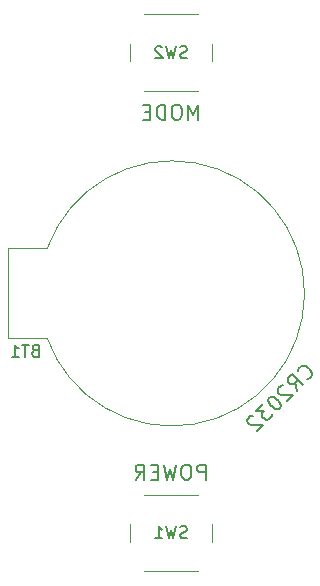
<source format=gbr>
G04 #@! TF.GenerationSoftware,KiCad,Pcbnew,(5.1.10)-1*
G04 #@! TF.CreationDate,2021-07-11T13:09:49-07:00*
G04 #@! TF.ProjectId,NightLight,4e696768-744c-4696-9768-742e6b696361,rev?*
G04 #@! TF.SameCoordinates,Original*
G04 #@! TF.FileFunction,Legend,Bot*
G04 #@! TF.FilePolarity,Positive*
%FSLAX46Y46*%
G04 Gerber Fmt 4.6, Leading zero omitted, Abs format (unit mm)*
G04 Created by KiCad (PCBNEW (5.1.10)-1) date 2021-07-11 13:09:49*
%MOMM*%
%LPD*%
G01*
G04 APERTURE LIST*
%ADD10C,0.203200*%
%ADD11C,0.177800*%
%ADD12C,0.120000*%
%ADD13C,0.150000*%
G04 APERTURE END LIST*
D10*
X2298095Y14665476D02*
X2298095Y15935476D01*
X1874761Y15028333D01*
X1451428Y15935476D01*
X1451428Y14665476D01*
X604761Y15935476D02*
X362857Y15935476D01*
X241904Y15875000D01*
X120952Y15754047D01*
X60476Y15512142D01*
X60476Y15088809D01*
X120952Y14846904D01*
X241904Y14725952D01*
X362857Y14665476D01*
X604761Y14665476D01*
X725714Y14725952D01*
X846666Y14846904D01*
X907142Y15088809D01*
X907142Y15512142D01*
X846666Y15754047D01*
X725714Y15875000D01*
X604761Y15935476D01*
X-483809Y14665476D02*
X-483809Y15935476D01*
X-786190Y15935476D01*
X-967619Y15875000D01*
X-1088571Y15754047D01*
X-1149047Y15633095D01*
X-1209523Y15391190D01*
X-1209523Y15209761D01*
X-1149047Y14967857D01*
X-1088571Y14846904D01*
X-967619Y14725952D01*
X-786190Y14665476D01*
X-483809Y14665476D01*
X-1753809Y15330714D02*
X-2177142Y15330714D01*
X-2358571Y14665476D02*
X-1753809Y14665476D01*
X-1753809Y15935476D01*
X-2358571Y15935476D01*
X2933095Y-15814523D02*
X2933095Y-14544523D01*
X2449285Y-14544523D01*
X2328333Y-14605000D01*
X2267857Y-14665476D01*
X2207380Y-14786428D01*
X2207380Y-14967857D01*
X2267857Y-15088809D01*
X2328333Y-15149285D01*
X2449285Y-15209761D01*
X2933095Y-15209761D01*
X1421190Y-14544523D02*
X1179285Y-14544523D01*
X1058333Y-14605000D01*
X937380Y-14725952D01*
X876904Y-14967857D01*
X876904Y-15391190D01*
X937380Y-15633095D01*
X1058333Y-15754047D01*
X1179285Y-15814523D01*
X1421190Y-15814523D01*
X1542142Y-15754047D01*
X1663095Y-15633095D01*
X1723571Y-15391190D01*
X1723571Y-14967857D01*
X1663095Y-14725952D01*
X1542142Y-14605000D01*
X1421190Y-14544523D01*
X453571Y-14544523D02*
X151190Y-15814523D01*
X-90714Y-14907380D01*
X-332619Y-15814523D01*
X-635000Y-14544523D01*
X-1118809Y-15149285D02*
X-1542142Y-15149285D01*
X-1723571Y-15814523D02*
X-1118809Y-15814523D01*
X-1118809Y-14544523D01*
X-1723571Y-14544523D01*
X-2993571Y-15814523D02*
X-2570238Y-15209761D01*
X-2267857Y-15814523D02*
X-2267857Y-14544523D01*
X-2751666Y-14544523D01*
X-2872619Y-14605000D01*
X-2933095Y-14665476D01*
X-2993571Y-14786428D01*
X-2993571Y-14967857D01*
X-2933095Y-15088809D01*
X-2872619Y-15149285D01*
X-2751666Y-15209761D01*
X-2267857Y-15209761D01*
D11*
X11473300Y-7329145D02*
X11558827Y-7329145D01*
X11729879Y-7243619D01*
X11815405Y-7158093D01*
X11900932Y-6987040D01*
X11900932Y-6815988D01*
X11858169Y-6687699D01*
X11729879Y-6473883D01*
X11601590Y-6345594D01*
X11387774Y-6217304D01*
X11259485Y-6174541D01*
X11088432Y-6174541D01*
X10917380Y-6260067D01*
X10831854Y-6345594D01*
X10746327Y-6516646D01*
X10746327Y-6602172D01*
X10660801Y-8312697D02*
X10532512Y-7585724D01*
X11173959Y-7799540D02*
X10275933Y-6901514D01*
X9933828Y-7243619D01*
X9891065Y-7371909D01*
X9891065Y-7457435D01*
X9933828Y-7585724D01*
X10062117Y-7714014D01*
X10190407Y-7756777D01*
X10275933Y-7756777D01*
X10404222Y-7714014D01*
X10746327Y-7371909D01*
X9506197Y-7842303D02*
X9420670Y-7842303D01*
X9292381Y-7885066D01*
X9078565Y-8098882D01*
X9035802Y-8227171D01*
X9035802Y-8312697D01*
X9078565Y-8440987D01*
X9164092Y-8526513D01*
X9335144Y-8612039D01*
X10361459Y-8612039D01*
X9805539Y-9167960D01*
X8351592Y-8825855D02*
X8266066Y-8911381D01*
X8223303Y-9039670D01*
X8223303Y-9125197D01*
X8266066Y-9253486D01*
X8394355Y-9467302D01*
X8608171Y-9681117D01*
X8821987Y-9809407D01*
X8950276Y-9852170D01*
X9035802Y-9852170D01*
X9164092Y-9809407D01*
X9249618Y-9723880D01*
X9292381Y-9595591D01*
X9292381Y-9510065D01*
X9249618Y-9381775D01*
X9121329Y-9167960D01*
X8907513Y-8954144D01*
X8693697Y-8825855D01*
X8565408Y-8783092D01*
X8479882Y-8783092D01*
X8351592Y-8825855D01*
X7752909Y-9424539D02*
X7196988Y-9980459D01*
X7838435Y-10023222D01*
X7710145Y-10151512D01*
X7667382Y-10279801D01*
X7667382Y-10365327D01*
X7710145Y-10493617D01*
X7923961Y-10707432D01*
X8052250Y-10750195D01*
X8137777Y-10750195D01*
X8266066Y-10707432D01*
X8522645Y-10450854D01*
X8565408Y-10322564D01*
X8565408Y-10237038D01*
X6940409Y-10408090D02*
X6854883Y-10408090D01*
X6726594Y-10450854D01*
X6512778Y-10664669D01*
X6470015Y-10792959D01*
X6470015Y-10878485D01*
X6512778Y-11006774D01*
X6598304Y-11092300D01*
X6769357Y-11177827D01*
X7795672Y-11177827D01*
X7239751Y-11733747D01*
D12*
X-13776000Y-3810000D02*
X-10541000Y-3810000D01*
X-13776000Y3810000D02*
X-10541000Y3810000D01*
X-13776000Y3810000D02*
X-13776000Y-3810000D01*
X-10500194Y-3813553D02*
G75*
G03*
X-10464799Y3810000I10576394J3762753D01*
G01*
X3498800Y21084800D02*
X3498800Y19584800D01*
X2248800Y17084800D02*
X-2251200Y17084800D01*
X-3501200Y19584800D02*
X-3501200Y21084800D01*
X-2251200Y23584800D02*
X2248800Y23584800D01*
X3498800Y-19580600D02*
X3498800Y-21080600D01*
X2248800Y-23580600D02*
X-2251200Y-23580600D01*
X-3501200Y-21080600D02*
X-3501200Y-19580600D01*
X-2251200Y-17080600D02*
X2248800Y-17080600D01*
D13*
X-11533285Y-4881571D02*
X-11676142Y-4929190D01*
X-11723761Y-4976809D01*
X-11771380Y-5072047D01*
X-11771380Y-5214904D01*
X-11723761Y-5310142D01*
X-11676142Y-5357761D01*
X-11580904Y-5405380D01*
X-11199952Y-5405380D01*
X-11199952Y-4405380D01*
X-11533285Y-4405380D01*
X-11628523Y-4453000D01*
X-11676142Y-4500619D01*
X-11723761Y-4595857D01*
X-11723761Y-4691095D01*
X-11676142Y-4786333D01*
X-11628523Y-4833952D01*
X-11533285Y-4881571D01*
X-11199952Y-4881571D01*
X-12057095Y-4405380D02*
X-12628523Y-4405380D01*
X-12342809Y-5405380D02*
X-12342809Y-4405380D01*
X-13485666Y-5405380D02*
X-12914238Y-5405380D01*
X-13199952Y-5405380D02*
X-13199952Y-4405380D01*
X-13104714Y-4548238D01*
X-13009476Y-4643476D01*
X-12914238Y-4691095D01*
X1333333Y19915238D02*
X1190476Y19867619D01*
X952380Y19867619D01*
X857142Y19915238D01*
X809523Y19962857D01*
X761904Y20058095D01*
X761904Y20153333D01*
X809523Y20248571D01*
X857142Y20296190D01*
X952380Y20343809D01*
X1142857Y20391428D01*
X1238095Y20439047D01*
X1285714Y20486666D01*
X1333333Y20581904D01*
X1333333Y20677142D01*
X1285714Y20772380D01*
X1238095Y20820000D01*
X1142857Y20867619D01*
X904761Y20867619D01*
X761904Y20820000D01*
X428571Y20867619D02*
X190476Y19867619D01*
X0Y20581904D01*
X-190476Y19867619D01*
X-428571Y20867619D01*
X-761904Y20772380D02*
X-809523Y20820000D01*
X-904761Y20867619D01*
X-1142857Y20867619D01*
X-1238095Y20820000D01*
X-1285714Y20772380D01*
X-1333333Y20677142D01*
X-1333333Y20581904D01*
X-1285714Y20439047D01*
X-714285Y19867619D01*
X-1333333Y19867619D01*
X1333333Y-20724761D02*
X1190476Y-20772380D01*
X952380Y-20772380D01*
X857142Y-20724761D01*
X809523Y-20677142D01*
X761904Y-20581904D01*
X761904Y-20486666D01*
X809523Y-20391428D01*
X857142Y-20343809D01*
X952380Y-20296190D01*
X1142857Y-20248571D01*
X1238095Y-20200952D01*
X1285714Y-20153333D01*
X1333333Y-20058095D01*
X1333333Y-19962857D01*
X1285714Y-19867619D01*
X1238095Y-19820000D01*
X1142857Y-19772380D01*
X904761Y-19772380D01*
X761904Y-19820000D01*
X428571Y-19772380D02*
X190476Y-20772380D01*
X0Y-20058095D01*
X-190476Y-20772380D01*
X-428571Y-19772380D01*
X-1333333Y-20772380D02*
X-761904Y-20772380D01*
X-1047619Y-20772380D02*
X-1047619Y-19772380D01*
X-952380Y-19915238D01*
X-857142Y-20010476D01*
X-761904Y-20058095D01*
M02*

</source>
